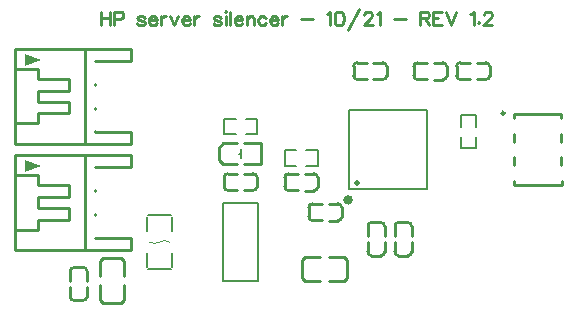
<source format=gto>
G04 Layer: TopSilkLayer*
G04 EasyEDA v6.4.25, 2021-10-07T01:57:40+02:00*
G04 74d54719dcbb48859515a23e3f46d2e4,21b141c4020943fdbba11dee5124b23b,10*
G04 Gerber Generator version 0.2*
G04 Scale: 100 percent, Rotated: No, Reflected: No *
G04 Dimensions in millimeters *
G04 leading zeros omitted , absolute positions ,4 integer and 5 decimal *
%FSLAX45Y45*%
%MOMM*%

%ADD10C,0.2540*%
%ADD32C,0.2000*%
%ADD33C,0.2030*%
%ADD34C,0.1524*%
%ADD35C,0.4000*%
%ADD36C,0.0762*%
%ADD37C,0.2500*%

%LPD*%
D37*
X825500Y-183642D02*
G01*
X825500Y-298195D01*
X901954Y-183642D02*
G01*
X901954Y-298195D01*
X825500Y-238252D02*
G01*
X901954Y-238252D01*
X937768Y-183642D02*
G01*
X937768Y-298195D01*
X937768Y-183642D02*
G01*
X987044Y-183642D01*
X1003300Y-189229D01*
X1008887Y-194563D01*
X1014221Y-205486D01*
X1014221Y-221995D01*
X1008887Y-232918D01*
X1003300Y-238252D01*
X987044Y-243586D01*
X937768Y-243586D01*
X1194307Y-238252D02*
G01*
X1188720Y-227329D01*
X1172463Y-221995D01*
X1155954Y-221995D01*
X1139697Y-227329D01*
X1134110Y-238252D01*
X1139697Y-249173D01*
X1150620Y-254507D01*
X1177797Y-260095D01*
X1188720Y-265429D01*
X1194307Y-276352D01*
X1194307Y-281939D01*
X1188720Y-292862D01*
X1172463Y-298195D01*
X1155954Y-298195D01*
X1139697Y-292862D01*
X1134110Y-281939D01*
X1230121Y-254507D02*
G01*
X1295654Y-254507D01*
X1295654Y-243586D01*
X1290320Y-232918D01*
X1284731Y-227329D01*
X1273810Y-221995D01*
X1257554Y-221995D01*
X1246631Y-227329D01*
X1235710Y-238252D01*
X1230121Y-254507D01*
X1230121Y-265429D01*
X1235710Y-281939D01*
X1246631Y-292862D01*
X1257554Y-298195D01*
X1273810Y-298195D01*
X1284731Y-292862D01*
X1295654Y-281939D01*
X1331721Y-221995D02*
G01*
X1331721Y-298195D01*
X1331721Y-254507D02*
G01*
X1337055Y-238252D01*
X1347978Y-227329D01*
X1358900Y-221995D01*
X1375410Y-221995D01*
X1411223Y-221995D02*
G01*
X1443989Y-298195D01*
X1476755Y-221995D02*
G01*
X1443989Y-298195D01*
X1512823Y-254507D02*
G01*
X1578102Y-254507D01*
X1578102Y-243586D01*
X1572768Y-232918D01*
X1567434Y-227329D01*
X1556512Y-221995D01*
X1540002Y-221995D01*
X1529079Y-227329D01*
X1518157Y-238252D01*
X1512823Y-254507D01*
X1512823Y-265429D01*
X1518157Y-281939D01*
X1529079Y-292862D01*
X1540002Y-298195D01*
X1556512Y-298195D01*
X1567434Y-292862D01*
X1578102Y-281939D01*
X1614170Y-221995D02*
G01*
X1614170Y-298195D01*
X1614170Y-254507D02*
G01*
X1619757Y-238252D01*
X1630679Y-227329D01*
X1641602Y-221995D01*
X1657857Y-221995D01*
X1837944Y-238252D02*
G01*
X1832355Y-227329D01*
X1816100Y-221995D01*
X1799589Y-221995D01*
X1783334Y-227329D01*
X1777745Y-238252D01*
X1783334Y-249173D01*
X1794255Y-254507D01*
X1821434Y-260095D01*
X1832355Y-265429D01*
X1837944Y-276352D01*
X1837944Y-281939D01*
X1832355Y-292862D01*
X1816100Y-298195D01*
X1799589Y-298195D01*
X1783334Y-292862D01*
X1777745Y-281939D01*
X1873757Y-183642D02*
G01*
X1879345Y-189229D01*
X1884679Y-183642D01*
X1879345Y-178307D01*
X1873757Y-183642D01*
X1879345Y-221995D02*
G01*
X1879345Y-298195D01*
X1920747Y-183642D02*
G01*
X1920747Y-298195D01*
X1956815Y-254507D02*
G01*
X2022347Y-254507D01*
X2022347Y-243586D01*
X2016759Y-232918D01*
X2011425Y-227329D01*
X2000504Y-221995D01*
X1983993Y-221995D01*
X1973072Y-227329D01*
X1962150Y-238252D01*
X1956815Y-254507D01*
X1956815Y-265429D01*
X1962150Y-281939D01*
X1973072Y-292862D01*
X1983993Y-298195D01*
X2000504Y-298195D01*
X2011425Y-292862D01*
X2022347Y-281939D01*
X2058161Y-221995D02*
G01*
X2058161Y-298195D01*
X2058161Y-243586D02*
G01*
X2074672Y-227329D01*
X2085593Y-221995D01*
X2101850Y-221995D01*
X2112772Y-227329D01*
X2118106Y-243586D01*
X2118106Y-298195D01*
X2219706Y-238252D02*
G01*
X2208784Y-227329D01*
X2197861Y-221995D01*
X2181606Y-221995D01*
X2170684Y-227329D01*
X2159761Y-238252D01*
X2154174Y-254507D01*
X2154174Y-265429D01*
X2159761Y-281939D01*
X2170684Y-292862D01*
X2181606Y-298195D01*
X2197861Y-298195D01*
X2208784Y-292862D01*
X2219706Y-281939D01*
X2255774Y-254507D02*
G01*
X2321052Y-254507D01*
X2321052Y-243586D01*
X2315718Y-232918D01*
X2310129Y-227329D01*
X2299208Y-221995D01*
X2282952Y-221995D01*
X2272029Y-227329D01*
X2261108Y-238252D01*
X2255774Y-254507D01*
X2255774Y-265429D01*
X2261108Y-281939D01*
X2272029Y-292862D01*
X2282952Y-298195D01*
X2299208Y-298195D01*
X2310129Y-292862D01*
X2321052Y-281939D01*
X2357120Y-221995D02*
G01*
X2357120Y-298195D01*
X2357120Y-254507D02*
G01*
X2362708Y-238252D01*
X2373375Y-227329D01*
X2384297Y-221995D01*
X2400808Y-221995D01*
X2520695Y-249173D02*
G01*
X2618993Y-249173D01*
X2738881Y-205486D02*
G01*
X2749804Y-200152D01*
X2766313Y-183642D01*
X2766313Y-298195D01*
X2834893Y-183642D02*
G01*
X2818638Y-189229D01*
X2807715Y-205486D01*
X2802127Y-232918D01*
X2802127Y-249173D01*
X2807715Y-276352D01*
X2818638Y-292862D01*
X2834893Y-298195D01*
X2845815Y-298195D01*
X2862325Y-292862D01*
X2873247Y-276352D01*
X2878581Y-249173D01*
X2878581Y-232918D01*
X2873247Y-205486D01*
X2862325Y-189229D01*
X2845815Y-183642D01*
X2834893Y-183642D01*
X3012693Y-161797D02*
G01*
X2914650Y-336550D01*
X3054095Y-211073D02*
G01*
X3054095Y-205486D01*
X3059684Y-194563D01*
X3065018Y-189229D01*
X3075940Y-183642D01*
X3097784Y-183642D01*
X3108706Y-189229D01*
X3114293Y-194563D01*
X3119627Y-205486D01*
X3119627Y-216407D01*
X3114293Y-227329D01*
X3103372Y-243586D01*
X3048761Y-298195D01*
X3125215Y-298195D01*
X3161029Y-205486D02*
G01*
X3171952Y-200152D01*
X3188461Y-183642D01*
X3188461Y-298195D01*
X3308350Y-249173D02*
G01*
X3406647Y-249173D01*
X3526536Y-183642D02*
G01*
X3526536Y-298195D01*
X3526536Y-183642D02*
G01*
X3575558Y-183642D01*
X3592068Y-189229D01*
X3597402Y-194563D01*
X3602990Y-205486D01*
X3602990Y-216407D01*
X3597402Y-227329D01*
X3592068Y-232918D01*
X3575558Y-238252D01*
X3526536Y-238252D01*
X3564890Y-238252D02*
G01*
X3602990Y-298195D01*
X3639058Y-183642D02*
G01*
X3639058Y-298195D01*
X3639058Y-183642D02*
G01*
X3709924Y-183642D01*
X3639058Y-238252D02*
G01*
X3682491Y-238252D01*
X3639058Y-298195D02*
G01*
X3709924Y-298195D01*
X3745738Y-183642D02*
G01*
X3789425Y-298195D01*
X3833113Y-183642D02*
G01*
X3789425Y-298195D01*
X3953256Y-205486D02*
G01*
X3963924Y-200152D01*
X3980434Y-183642D01*
X3980434Y-298195D01*
X4021836Y-271018D02*
G01*
X4016502Y-276352D01*
X4021836Y-281939D01*
X4027424Y-276352D01*
X4021836Y-271018D01*
X4068825Y-211073D02*
G01*
X4068825Y-205486D01*
X4074159Y-194563D01*
X4079747Y-189229D01*
X4090670Y-183642D01*
X4112513Y-183642D01*
X4123436Y-189229D01*
X4128770Y-194563D01*
X4134104Y-205486D01*
X4134104Y-216407D01*
X4128770Y-227329D01*
X4117847Y-243586D01*
X4063238Y-298195D01*
X4139691Y-298195D01*
G36*
X184912Y-541121D02*
G01*
X184912Y-641146D01*
X314909Y-591108D01*
G37*
G36*
X184912Y-1441043D02*
G01*
X184912Y-1541068D01*
X314909Y-1491030D01*
G37*
D10*
X99009Y-1128979D02*
G01*
X294843Y-1128979D01*
X294843Y-1045159D01*
X550875Y-1045159D01*
X550875Y-960831D01*
X550875Y-948131D01*
X292811Y-948131D01*
X292811Y-948131D01*
X100025Y-670255D02*
G01*
X295859Y-670255D01*
X295859Y-754075D01*
X551891Y-754075D01*
X551891Y-855167D01*
X292811Y-855167D01*
X292811Y-948131D01*
X99009Y-1128979D02*
G01*
X294843Y-1128979D01*
X294843Y-1045159D01*
X550875Y-1045159D01*
X99926Y-500128D02*
G01*
X99926Y-1300124D01*
X1074917Y-1300134D02*
G01*
X774915Y-1300134D01*
X1074917Y-1200134D02*
G01*
X774915Y-1200134D01*
X1074917Y-1300134D02*
G01*
X1074917Y-1200134D01*
X99918Y-1300134D02*
G01*
X774915Y-1300134D01*
X774915Y-1200134D02*
G01*
X774915Y-1196497D01*
X688479Y-500128D02*
G01*
X688479Y-1300124D01*
X774920Y-1004018D02*
G01*
X774920Y-996231D01*
X774920Y-804019D02*
G01*
X774920Y-796231D01*
X99926Y-500128D02*
G01*
X774923Y-500126D01*
X1074922Y-500123D02*
G01*
X1074922Y-600123D01*
X774920Y-600123D01*
X1074922Y-500123D02*
G01*
X774920Y-500123D01*
X99009Y-2028901D02*
G01*
X294843Y-2028901D01*
X294843Y-1945081D01*
X550875Y-1945081D01*
X550875Y-1860753D01*
X550875Y-1848053D01*
X292811Y-1848053D01*
X292811Y-1848053D01*
X100025Y-1570177D02*
G01*
X295859Y-1570177D01*
X295859Y-1653997D01*
X551891Y-1653997D01*
X551891Y-1755089D01*
X292811Y-1755089D01*
X292811Y-1848053D01*
X99009Y-2028901D02*
G01*
X294843Y-2028901D01*
X294843Y-1945081D01*
X550875Y-1945081D01*
X99926Y-1400050D02*
G01*
X99926Y-2200046D01*
X1074917Y-2200056D02*
G01*
X774915Y-2200056D01*
X1074917Y-2100056D02*
G01*
X774915Y-2100056D01*
X1074917Y-2200056D02*
G01*
X1074917Y-2100056D01*
X99918Y-2200056D02*
G01*
X774915Y-2200056D01*
X774915Y-2100056D02*
G01*
X774915Y-2096419D01*
X688479Y-1400050D02*
G01*
X688479Y-2200046D01*
X774920Y-1903940D02*
G01*
X774920Y-1896153D01*
X774920Y-1703941D02*
G01*
X774920Y-1696153D01*
X99926Y-1400050D02*
G01*
X774923Y-1400047D01*
X1074922Y-1400045D02*
G01*
X1074922Y-1500045D01*
X774920Y-1500045D01*
X1074922Y-1400045D02*
G01*
X774920Y-1400045D01*
D32*
X2966720Y-1016507D02*
G01*
X3586479Y-1016507D01*
X3586479Y-1681987D01*
X2923540Y-1681987D01*
X2923540Y-1016507D01*
X2999740Y-1016507D01*
D10*
X4724400Y-1617614D02*
G01*
X4724400Y-1654799D01*
X4318000Y-1654799D01*
X4318000Y-1617614D01*
X4321200Y-1417614D02*
G01*
X4321200Y-1482384D01*
X4321200Y-1217615D02*
G01*
X4321200Y-1282385D01*
X4321200Y-1050000D02*
G01*
X4321200Y-1082385D01*
X4521200Y-1050000D02*
G01*
X4321200Y-1050000D01*
X4721199Y-1417614D02*
G01*
X4721199Y-1482384D01*
X4721199Y-1217615D02*
G01*
X4721199Y-1282385D01*
X4521200Y-1050000D02*
G01*
X4721199Y-1050000D01*
X4721199Y-1082385D01*
X2183129Y-1470660D02*
G01*
X2183129Y-1297939D01*
X2183129Y-1297939D02*
G01*
X2035809Y-1297939D01*
X2183129Y-1470660D02*
G01*
X2035809Y-1470660D01*
X1977390Y-1297939D02*
G01*
X1860550Y-1297939D01*
X1974850Y-1470660D02*
G01*
X1860550Y-1470660D01*
X1860550Y-1470660D02*
G01*
X1824989Y-1435100D01*
X1824989Y-1333500D01*
X1860550Y-1297939D01*
D33*
X2014220Y-1424939D02*
G01*
X2014220Y-1346200D01*
X2014220Y-1385095D02*
G01*
X1996683Y-1385095D01*
D34*
X2049221Y-1221760D02*
G01*
X2145108Y-1221760D01*
X2145108Y-1089639D01*
X2049221Y-1089639D01*
X1963978Y-1221760D02*
G01*
X1868091Y-1221760D01*
X1868091Y-1089639D01*
X1963978Y-1089639D01*
D10*
X2145601Y-1585622D02*
G01*
X2145601Y-1665625D01*
X2034626Y-1554637D02*
G01*
X2114623Y-1554637D01*
X2034626Y-1696603D02*
G01*
X2114623Y-1696603D01*
X1977036Y-1554055D02*
G01*
X1897037Y-1554055D01*
X1866054Y-1585038D02*
G01*
X1866054Y-1665036D01*
X1977036Y-1696016D02*
G01*
X1897037Y-1696016D01*
X674977Y-2628201D02*
G01*
X594974Y-2628201D01*
X705962Y-2517226D02*
G01*
X705962Y-2597223D01*
X563996Y-2517226D02*
G01*
X563996Y-2597223D01*
X706544Y-2459636D02*
G01*
X706544Y-2379637D01*
X675561Y-2348654D02*
G01*
X595563Y-2348654D01*
X564583Y-2459636D02*
G01*
X564583Y-2379637D01*
X3836098Y-725777D02*
G01*
X3836098Y-645774D01*
X3947073Y-756762D02*
G01*
X3867076Y-756762D01*
X3947073Y-614796D02*
G01*
X3867076Y-614796D01*
X4004663Y-757344D02*
G01*
X4084662Y-757344D01*
X4115645Y-726361D02*
G01*
X4115645Y-646363D01*
X4004663Y-615383D02*
G01*
X4084662Y-615383D01*
D34*
X1430060Y-2040981D02*
G01*
X1430060Y-1921969D01*
X1430060Y-2226221D02*
G01*
X1430060Y-2345230D01*
X1414820Y-1906729D02*
G01*
X1226779Y-1906729D01*
X1414820Y-2360470D02*
G01*
X1226779Y-2360470D01*
X1211539Y-1921969D02*
G01*
X1211539Y-2040981D01*
X1211539Y-2345230D02*
G01*
X1211539Y-2226221D01*
D10*
X1015987Y-2421674D02*
G01*
X1015987Y-2307374D01*
X1015987Y-2294674D01*
X990587Y-2269274D01*
X850887Y-2269274D01*
X838187Y-2269274D01*
X812787Y-2294674D01*
X812787Y-2421674D01*
X812787Y-2497874D02*
G01*
X812787Y-2612174D01*
X812787Y-2624874D01*
X838187Y-2650274D01*
X977887Y-2650274D01*
X990587Y-2650274D01*
X1015987Y-2624874D01*
X1015987Y-2497874D01*
X2675674Y-2260612D02*
G01*
X2561374Y-2260612D01*
X2548674Y-2260612D01*
X2523274Y-2286012D01*
X2523274Y-2425712D01*
X2523274Y-2438412D01*
X2548674Y-2463812D01*
X2675674Y-2463812D01*
X2751874Y-2463812D02*
G01*
X2866174Y-2463812D01*
X2878874Y-2463812D01*
X2904274Y-2438412D01*
X2904274Y-2298712D01*
X2904274Y-2286012D01*
X2878874Y-2260612D01*
X2751874Y-2260612D01*
D34*
X2562423Y-1486664D02*
G01*
X2658310Y-1486664D01*
X2658310Y-1354543D01*
X2562423Y-1354543D01*
X2477180Y-1486664D02*
G01*
X2381293Y-1486664D01*
X2381293Y-1354543D01*
X2477180Y-1354543D01*
X3870144Y-1243025D02*
G01*
X3870144Y-1338912D01*
X4002265Y-1338912D01*
X4002265Y-1243025D01*
X3870144Y-1157782D02*
G01*
X3870144Y-1061895D01*
X4002265Y-1061895D01*
X4002265Y-1157782D01*
X2154943Y-1800580D02*
G01*
X2154943Y-2465821D01*
X1860664Y-2465821D01*
X1860664Y-1800580D01*
X2154943Y-1800580D01*
D10*
X3194979Y-2247605D02*
G01*
X3114977Y-2247605D01*
X3225965Y-2136630D02*
G01*
X3225965Y-2216627D01*
X3083999Y-2136630D02*
G01*
X3083999Y-2216627D01*
X3226546Y-2079040D02*
G01*
X3226546Y-1999040D01*
X3195563Y-1968058D02*
G01*
X3115566Y-1968058D01*
X3084586Y-2079040D02*
G01*
X3084586Y-1999040D01*
X3423579Y-2247605D02*
G01*
X3343577Y-2247605D01*
X3454565Y-2136630D02*
G01*
X3454565Y-2216627D01*
X3312599Y-2136630D02*
G01*
X3312599Y-2216627D01*
X3455146Y-2079040D02*
G01*
X3455146Y-1999040D01*
X3424163Y-1968058D02*
G01*
X3344166Y-1968058D01*
X3313186Y-2079040D02*
G01*
X3313186Y-1999040D01*
X2584201Y-1919980D02*
G01*
X2584201Y-1839978D01*
X2695176Y-1950966D02*
G01*
X2615178Y-1950966D01*
X2695176Y-1809000D02*
G01*
X2615178Y-1809000D01*
X2752765Y-1951548D02*
G01*
X2832765Y-1951548D01*
X2863748Y-1920565D02*
G01*
X2863748Y-1840567D01*
X2752765Y-1809587D02*
G01*
X2832765Y-1809587D01*
X2381001Y-1665980D02*
G01*
X2381001Y-1585978D01*
X2491976Y-1696966D02*
G01*
X2411978Y-1696966D01*
X2491976Y-1555000D02*
G01*
X2411978Y-1555000D01*
X2549565Y-1697548D02*
G01*
X2629565Y-1697548D01*
X2660548Y-1666565D02*
G01*
X2660548Y-1586567D01*
X2549565Y-1555587D02*
G01*
X2629565Y-1555587D01*
X3243204Y-646226D02*
G01*
X3243204Y-726229D01*
X3132228Y-615241D02*
G01*
X3212226Y-615241D01*
X3132228Y-757207D02*
G01*
X3212226Y-757207D01*
X3074639Y-614659D02*
G01*
X2994639Y-614659D01*
X2963656Y-645642D02*
G01*
X2963656Y-725639D01*
X3074639Y-756620D02*
G01*
X2994639Y-756620D01*
X3473201Y-726180D02*
G01*
X3473201Y-646178D01*
X3584176Y-757166D02*
G01*
X3504178Y-757166D01*
X3584176Y-615200D02*
G01*
X3504178Y-615200D01*
X3641765Y-757748D02*
G01*
X3721765Y-757748D01*
X3752748Y-726765D02*
G01*
X3752748Y-646767D01*
X3641765Y-615787D02*
G01*
X3721765Y-615787D01*
D35*
G75*
G01*
X2917281Y-1756517D02*
G03*
X2917535Y-1756517I127J-19999D01*
D10*
G75*
G01*
X1866049Y-1585039D02*
G02*
X1897032Y-1554056I30983J0D01*
G75*
G01*
X1897032Y-1696022D02*
G02*
X1866049Y-1665036I0J30983D01*
G75*
G01*
X2114619Y-1554637D02*
G02*
X2145601Y-1585623I0J-30983D01*
G75*
G01*
X2145601Y-1665620D02*
G02*
X2114619Y-1696603I-30982J0D01*
G75*
G01*
X675561Y-2348649D02*
G02*
X706544Y-2379632I0J-30983D01*
G75*
G01*
X564578Y-2379632D02*
G02*
X595564Y-2348649I30983J0D01*
G75*
G01*
X705963Y-2597219D02*
G02*
X674977Y-2628201I-30983J0D01*
G75*
G01*
X594980Y-2628201D02*
G02*
X563997Y-2597219I0J30982D01*
G75*
G01*
X4115651Y-726361D02*
G02*
X4084668Y-757344I-30983J0D01*
G75*
G01*
X4084668Y-615378D02*
G02*
X4115651Y-646364I0J-30983D01*
G75*
G01*
X3867081Y-756763D02*
G02*
X3836099Y-725777I0J30983D01*
G75*
G01*
X3836099Y-645780D02*
G02*
X3867081Y-614797I30982J0D01*
D36*
G75*
G01*
X1320800Y-2133600D02*
G02*
X1405296Y-2133600I42248J-73175D01*
G75*
G01*
X1320800Y-2133600D02*
G02*
X1236304Y-2133600I-42248J73175D01*
D10*
G75*
G01*
X3195564Y-1968053D02*
G02*
X3226547Y-1999036I0J-30983D01*
G75*
G01*
X3084581Y-1999036D02*
G02*
X3115567Y-1968053I30983J0D01*
G75*
G01*
X3225965Y-2216622D02*
G02*
X3194980Y-2247605I-30983J0D01*
G75*
G01*
X3114982Y-2247605D02*
G02*
X3083999Y-2216622I0J30983D01*
G75*
G01*
X3424164Y-1968053D02*
G02*
X3455147Y-1999036I0J-30983D01*
G75*
G01*
X3313181Y-1999036D02*
G02*
X3344167Y-1968053I30983J0D01*
G75*
G01*
X3454565Y-2216622D02*
G02*
X3423580Y-2247605I-30983J0D01*
G75*
G01*
X3343582Y-2247605D02*
G02*
X3312599Y-2216622I0J30983D01*
G75*
G01*
X2863753Y-1920565D02*
G02*
X2832771Y-1951548I-30982J0D01*
G75*
G01*
X2832771Y-1809582D02*
G02*
X2863753Y-1840568I0J-30983D01*
G75*
G01*
X2615184Y-1950966D02*
G02*
X2584201Y-1919981I0J30983D01*
G75*
G01*
X2584201Y-1839984D02*
G02*
X2615184Y-1809001I30983J0D01*
G75*
G01*
X2660553Y-1666565D02*
G02*
X2629571Y-1697548I-30982J0D01*
G75*
G01*
X2629571Y-1555582D02*
G02*
X2660553Y-1586568I0J-30983D01*
G75*
G01*
X2411984Y-1696966D02*
G02*
X2381001Y-1665981I0J30983D01*
G75*
G01*
X2381001Y-1585984D02*
G02*
X2411984Y-1555001I30983J0D01*
G75*
G01*
X2963652Y-645643D02*
G02*
X2994635Y-614660I30983J0D01*
G75*
G01*
X2994635Y-756625D02*
G02*
X2963652Y-725640I0J30983D01*
G75*
G01*
X3212221Y-615241D02*
G02*
X3243204Y-646227I0J-30983D01*
G75*
G01*
X3243204Y-726224D02*
G02*
X3212221Y-757207I-30983J0D01*
G75*
G01*
X3752753Y-726765D02*
G02*
X3721771Y-757748I-30982J0D01*
G75*
G01*
X3721771Y-615782D02*
G02*
X3752753Y-646768I0J-30983D01*
G75*
G01*
X3504184Y-757166D02*
G02*
X3473201Y-726181I0J30983D01*
G75*
G01*
X3473201Y-646184D02*
G02*
X3504184Y-615201I30983J0D01*
G75*
G01
X3011322Y-1633525D02*
G03X3011322Y-1633525I-17043J0D01*
G75*
G01
X4241800Y-1043407D02*
G03X4241800Y-1043407I-12700J0D01*
M02*

</source>
